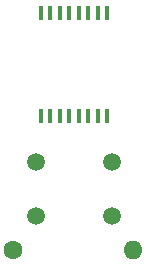
<source format=gbr>
%TF.GenerationSoftware,KiCad,Pcbnew,(7.0.0-0)*%
%TF.CreationDate,2023-03-14T18:39:12-04:00*%
%TF.ProjectId,v3 - habit pcb,7633202d-2068-4616-9269-74207063622e,rev?*%
%TF.SameCoordinates,Original*%
%TF.FileFunction,Soldermask,Top*%
%TF.FilePolarity,Negative*%
%FSLAX46Y46*%
G04 Gerber Fmt 4.6, Leading zero omitted, Abs format (unit mm)*
G04 Created by KiCad (PCBNEW (7.0.0-0)) date 2023-03-14 18:39:12*
%MOMM*%
%LPD*%
G01*
G04 APERTURE LIST*
%ADD10C,1.500000*%
%ADD11C,1.600000*%
%ADD12O,1.600000X1.600000*%
%ADD13R,0.400000X1.250000*%
G04 APERTURE END LIST*
D10*
%TO.C,SW1*%
X155443200Y-89219600D03*
X161943200Y-89219600D03*
X161943200Y-84719600D03*
X155443200Y-84719600D03*
%TD*%
D11*
%TO.C,R1*%
X153517600Y-92151200D03*
D12*
X163677599Y-92151199D03*
%TD*%
D13*
%TO.C,U2*%
X155893199Y-80822799D03*
X156693199Y-80822799D03*
X157493199Y-80822799D03*
X158293199Y-80822799D03*
X159093199Y-80822799D03*
X159893199Y-80822799D03*
X160693199Y-80822799D03*
X161493199Y-80822799D03*
X155893199Y-72072799D03*
X156693199Y-72072799D03*
X157493199Y-72072799D03*
X158293199Y-72072799D03*
X159093199Y-72072799D03*
X159893199Y-72072799D03*
X160693199Y-72072799D03*
X161493199Y-72072799D03*
%TD*%
M02*

</source>
